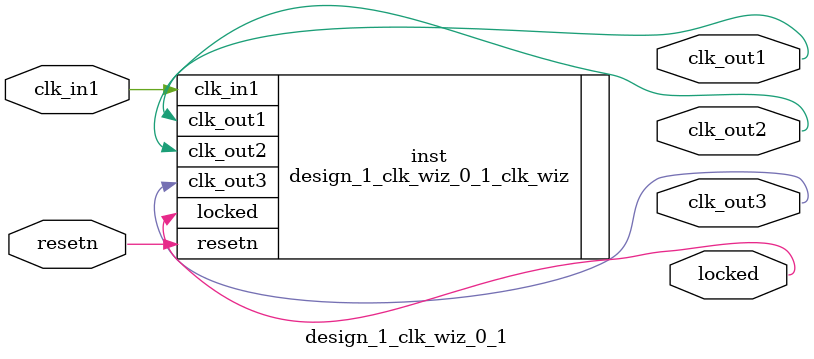
<source format=v>


`timescale 1ps/1ps

(* CORE_GENERATION_INFO = "design_1_clk_wiz_0_1,clk_wiz_v5_4_3_0,{component_name=design_1_clk_wiz_0_1,use_phase_alignment=true,use_min_o_jitter=false,use_max_i_jitter=false,use_dyn_phase_shift=false,use_inclk_switchover=false,use_dyn_reconfig=false,enable_axi=0,feedback_source=FDBK_AUTO,PRIMITIVE=MMCM,num_out_clk=3,clkin1_period=10.000,clkin2_period=10.000,use_power_down=false,use_reset=true,use_locked=true,use_inclk_stopped=false,feedback_type=SINGLE,CLOCK_MGR_TYPE=NA,manual_override=false}" *)

module design_1_clk_wiz_0_1 
 (
  // Clock out ports
  output        clk_out1,
  output        clk_out2,
  output        clk_out3,
  // Status and control signals
  input         resetn,
  output        locked,
 // Clock in ports
  input         clk_in1
 );

  design_1_clk_wiz_0_1_clk_wiz inst
  (
  // Clock out ports  
  .clk_out1(clk_out1),
  .clk_out2(clk_out2),
  .clk_out3(clk_out3),
  // Status and control signals               
  .resetn(resetn), 
  .locked(locked),
 // Clock in ports
  .clk_in1(clk_in1)
  );

endmodule

</source>
